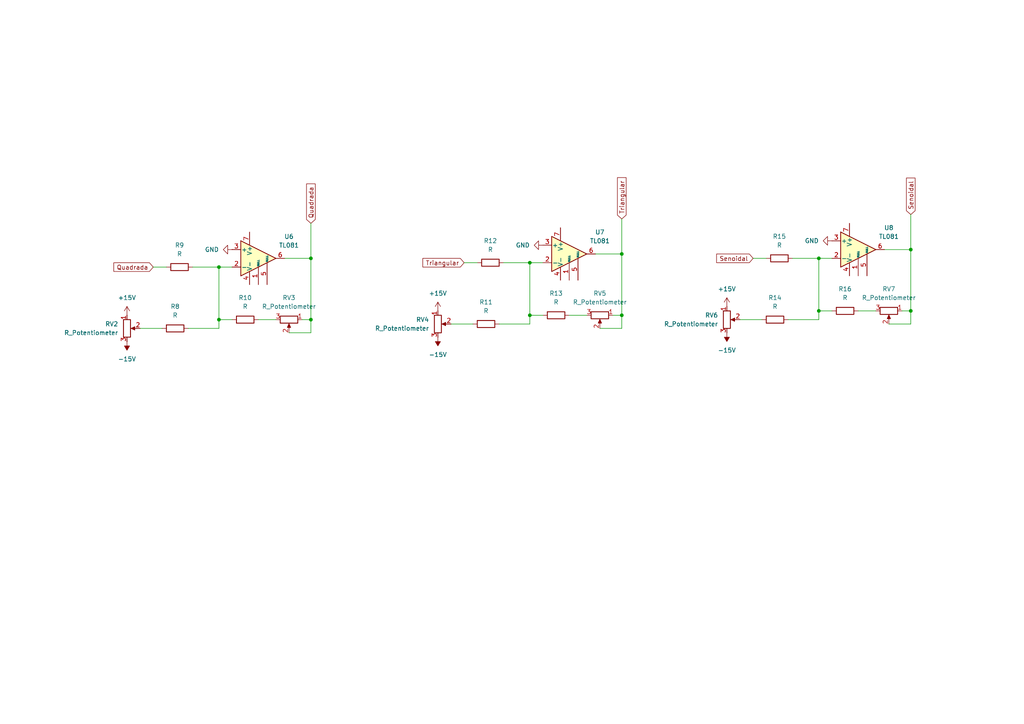
<source format=kicad_sch>
(kicad_sch (version 20231120) (generator "eeschema") (generator_version "8.0")
  (paper "A4")
  (lib_symbols
    (symbol "Amplifier_Operational:TL081" (pin_names (offset 0.127))
      (property "Reference" "U" (at 0 6.35 0))
      (property "Value" "TL081" (at 0 3.81 0))
      (symbol "TL081_0_1"
        (polyline (pts (xy -5.08 5.08) (xy 5.08 0) (xy -5.08 -5.08) (xy -5.08 5.08)) (stroke (width 0.254)) (fill (type background)))
      )
      (symbol "TL081_1_1"
        (pin input line (at 0 -7.62 90) (length 5.08) (name "NULL") (number "1"))
        (pin input line (at -7.62 -2.54 0) (length 2.54) (name "-") (number "2"))
        (pin input line (at -7.62 2.54 0) (length 2.54) (name "+") (number "3"))
        (pin power_in line (at -2.54 -7.62 90) (length 3.81) (name "V-") (number "4"))
        (pin input line (at 2.54 -7.62 90) (length 6.35) (name "NULL") (number "5"))
        (pin output line (at 7.62 0 180) (length 2.54) (name "~") (number "6"))
        (pin power_in line (at -2.54 7.62 270) (length 3.81) (name "V+") (number "7"))
        (pin no_connect line (at 0 2.54 270) (length 2.54) hide (name "NC") (number "8"))
      )
    )
    (symbol "Device:R" (pin_numbers hide) (pin_names (offset 0))
      (property "Reference" "R" (at 2.032 0 90))
      (property "Value" "R" (at 0 0 90))
      (symbol "R_0_1"
        (rectangle (start -1.016 -2.54) (end 1.016 2.54) (stroke (width 0.254)))
      )
      (symbol "R_1_1"
        (pin passive line (at 0 3.81 270) (length 1.27) (name "~") (number "1"))
        (pin passive line (at 0 -3.81 90) (length 1.27) (name "~") (number "2"))
      )
    )
    (symbol "Device:R_Potentiometer" (pin_names (offset 1.016) hide)
      (property "Reference" "RV" (at -4.445 0 90))
      (property "Value" "R_Potentiometer" (at -2.54 0 90))
      (symbol "R_Potentiometer_0_1"
        (polyline (pts (xy 2.54 0) (xy 1.524 0)))
        (polyline (pts (xy 1.143 0) (xy 2.286 0.508) (xy 2.286 -0.508) (xy 1.143 0)) (fill (type outline)))
        (rectangle (start 1.016 2.54) (end -1.016 -2.54) (stroke (width 0.254)))
      )
      (symbol "R_Potentiometer_1_1"
        (pin passive line (at 0 3.81 270) (length 1.27) (name "1") (number "1"))
        (pin passive line (at 3.81 0 180) (length 1.27) (name "2") (number "2"))
        (pin passive line (at 0 -3.81 90) (length 1.27) (name "3") (number "3"))
      )
    )
    (symbol "power:+15V" (power) (pin_numbers hide) (pin_names (offset 0) hide)
      (property "Value" "+15V" (at 0 3.556 0))
      (symbol "+15V_0_1"
        (polyline (pts (xy -0.762 1.27) (xy 0 2.54)))
        (polyline (pts (xy 0 0) (xy 0 2.54)))
        (polyline (pts (xy 0 2.54) (xy 0.762 1.27)))
      )
      (symbol "+15V_1_1"
        (pin power_in line (at 0 0 90) (length 0) (name "~") (number "1"))
      )
    )
    (symbol "power:-15V" (power) (pin_numbers hide) (pin_names (offset 0) hide)
      (property "Value" "-15V" (at 0 3.556 0))
      (symbol "-15V_0_0"
        (pin power_in line (at 0 0 90) (length 0) (name "~") (number "1"))
      )
      (symbol "-15V_0_1"
        (polyline (pts (xy 0 0) (xy 0 1.27) (xy 0.762 1.27) (xy 0 2.54) (xy -0.762 1.27) (xy 0 1.27)) (fill (type outline)))
      )
    )
    (symbol "power:GND" (power) (pin_numbers hide) (pin_names (offset 0) hide)
      (property "Value" "GND" (at 0 -3.81 0))
      (symbol "GND_0_1"
        (polyline (pts (xy 0 0) (xy 0 -1.27) (xy 1.27 -1.27) (xy 0 -2.54) (xy -1.27 -1.27) (xy 0 -1.27)))
      )
      (symbol "GND_1_1"
        (pin power_in line (at 0 0 270) (length 0) (name "~") (number "1"))
      )
    )
  )
  (junction (at 180.34 73.66))
  (junction (at 237.49 90.17))
  (junction (at 90.17 74.93))
  (junction (at 264.16 72.39))
  (junction (at 237.49 74.93))
  (junction (at 63.5 77.47))
  (junction (at 153.67 91.44))
  (junction (at 63.5 92.71))
  (junction (at 180.34 91.44))
  (junction (at 153.67 76.2))
  (junction (at 264.16 90.17))
  (junction (at 90.17 92.71))
  (wire (pts (xy 153.67 76.2) (xy 146.05 76.2)))
  (wire (pts (xy 248.92 90.17) (xy 254 90.17)))
  (wire (pts (xy 237.49 92.71) (xy 237.49 90.17)))
  (wire (pts (xy 214.63 92.71) (xy 220.98 92.71)))
  (wire (pts (xy 165.1 91.44) (xy 170.18 91.44)))
  (wire (pts (xy 83.82 96.52) (xy 90.17 96.52)))
  (wire (pts (xy 63.5 92.71) (xy 63.5 77.47)))
  (wire (pts (xy 180.34 63.5) (xy 180.34 73.66)))
  (wire (pts (xy 218.44 74.93) (xy 222.25 74.93)))
  (wire (pts (xy 67.31 92.71) (xy 63.5 92.71)))
  (wire (pts (xy 90.17 74.93) (xy 90.17 92.71)))
  (wire (pts (xy 228.6 92.71) (xy 237.49 92.71)))
  (wire (pts (xy 157.48 91.44) (xy 153.67 91.44)))
  (wire (pts (xy 264.16 72.39) (xy 264.16 90.17)))
  (wire (pts (xy 144.78 93.98) (xy 153.67 93.98)))
  (wire (pts (xy 264.16 62.23) (xy 264.16 72.39)))
  (wire (pts (xy 40.64 95.25) (xy 46.99 95.25)))
  (wire (pts (xy 264.16 93.98) (xy 264.16 90.17)))
  (wire (pts (xy 130.81 93.98) (xy 137.16 93.98)))
  (wire (pts (xy 63.5 77.47) (xy 55.88 77.47)))
  (wire (pts (xy 180.34 73.66) (xy 172.72 73.66)))
  (wire (pts (xy 173.99 95.25) (xy 180.34 95.25)))
  (wire (pts (xy 90.17 96.52) (xy 90.17 92.71)))
  (wire (pts (xy 153.67 91.44) (xy 153.67 76.2)))
  (wire (pts (xy 90.17 64.77) (xy 90.17 74.93)))
  (wire (pts (xy 237.49 74.93) (xy 229.87 74.93)))
  (wire (pts (xy 237.49 90.17) (xy 237.49 74.93)))
  (wire (pts (xy 74.93 92.71) (xy 80.01 92.71)))
  (wire (pts (xy 153.67 93.98) (xy 153.67 91.44)))
  (wire (pts (xy 134.62 76.2) (xy 138.43 76.2)))
  (wire (pts (xy 264.16 90.17) (xy 261.62 90.17)))
  (wire (pts (xy 54.61 95.25) (xy 63.5 95.25)))
  (wire (pts (xy 63.5 95.25) (xy 63.5 92.71)))
  (wire (pts (xy 90.17 92.71) (xy 87.63 92.71)))
  (wire (pts (xy 180.34 91.44) (xy 177.8 91.44)))
  (wire (pts (xy 237.49 74.93) (xy 241.3 74.93)))
  (wire (pts (xy 63.5 77.47) (xy 67.31 77.47)))
  (wire (pts (xy 153.67 76.2) (xy 157.48 76.2)))
  (wire (pts (xy 257.81 93.98) (xy 264.16 93.98)))
  (wire (pts (xy 44.45 77.47) (xy 48.26 77.47)))
  (wire (pts (xy 180.34 95.25) (xy 180.34 91.44)))
  (wire (pts (xy 241.3 90.17) (xy 237.49 90.17)))
  (wire (pts (xy 90.17 74.93) (xy 82.55 74.93)))
  (wire (pts (xy 264.16 72.39) (xy 256.54 72.39)))
  (wire (pts (xy 180.34 73.66) (xy 180.34 91.44)))
  (global_label "Senoidal" (shape input) (at 218.44 74.93 180) (property "Intersheetrefs" "${INTERSHEET_REFS}" (effects (hide yes))))
  (global_label "Quadrada" (shape input) (at 44.45 77.47 180) (property "Intersheetrefs" "${INTERSHEET_REFS}" (effects (hide yes))))
  (global_label "Triangular" (shape input) (at 180.34 63.5 90) (property "Intersheetrefs" "${INTERSHEET_REFS}" (effects (hide yes))))
  (global_label "Triangular" (shape input) (at 134.62 76.2 180) (property "Intersheetrefs" "${INTERSHEET_REFS}" (effects (hide yes))))
  (global_label "Senoidal" (shape input) (at 264.16 62.23 90) (property "Intersheetrefs" "${INTERSHEET_REFS}" (effects (hide yes))))
  (global_label "Quadrada" (shape input) (at 90.17 64.77 90) (property "Intersheetrefs" "${INTERSHEET_REFS}" (effects (hide yes))))
  (symbol (lib_id "Device:R_Potentiometer") (at 83.82 92.71 270) (unit 1)
    (property "Reference" "RV3" (at 83.82 86.36 90))
    (property "Value" "R_Potentiometer" (at 83.82 88.9 90))
    (property "Description" "Potentiometer" (effects (hide yes)))
  )
  (symbol (lib_id "Amplifier_Operational:TL081") (at 165.1 73.66 0) (unit 1)
    (property "Reference" "U7" (at 173.99 67.3414 0))
    (property "Value" "TL081" (at 173.99 69.8814 0))
    (property "Datasheet" "http://www.ti.com/lit/ds/symlink/tl081.pdf" (effects (hide yes)))
    (property "Description" "Single JFET-Input Operational Amplifiers, DIP-8/SOIC-8" (effects (hide yes)))
  )
  (symbol (lib_id "Device:R") (at 52.07 77.47 90) (unit 1)
    (property "Reference" "R9" (at 52.07 71.12 90))
    (property "Value" "R" (at 52.07 73.66 90))
    (property "Description" "Resistor" (effects (hide yes)))
  )
  (symbol (lib_id "Amplifier_Operational:TL081") (at 74.93 74.93 0) (unit 1)
    (property "Reference" "U6" (at 83.82 68.6114 0))
    (property "Value" "TL081" (at 83.82 71.1514 0))
    (property "Datasheet" "http://www.ti.com/lit/ds/symlink/tl081.pdf" (effects (hide yes)))
    (property "Description" "Single JFET-Input Operational Amplifiers, DIP-8/SOIC-8" (effects (hide yes)))
  )
  (symbol (lib_id "power:GND") (at 157.48 71.12 270) (unit 1)
    (property "Reference" "#PWR034" (effects (hide yes)))
    (property "Value" "GND" (at 153.67 71.1199 90) (effects (justify right)))
    (property "Description" "Power symbol creates a global label with name \"GND\" , ground" (effects (hide yes)))
  )
  (symbol (lib_id "power:-15V") (at 127 97.79 180) (unit 1)
    (property "Reference" "#PWR033" (effects (hide yes)))
    (property "Value" "-15V" (at 127 102.87 0))
    (property "Description" "Power symbol creates a global label with name \"-15V\"" (effects (hide yes)))
  )
  (symbol (lib_id "power:-15V") (at 210.82 96.52 180) (unit 1)
    (property "Reference" "#PWR036" (effects (hide yes)))
    (property "Value" "-15V" (at 210.82 101.6 0))
    (property "Description" "Power symbol creates a global label with name \"-15V\"" (effects (hide yes)))
  )
  (symbol (lib_id "Device:R_Potentiometer") (at 127 93.98 0) (unit 1)
    (property "Reference" "RV4" (at 124.46 92.7099 0) (effects (justify right)))
    (property "Value" "R_Potentiometer" (at 124.46 95.2499 0) (effects (justify right)))
    (property "Description" "Potentiometer" (effects (hide yes)))
  )
  (symbol (lib_id "Device:R_Potentiometer") (at 210.82 92.71 0) (unit 1)
    (property "Reference" "RV6" (at 208.28 91.4399 0) (effects (justify right)))
    (property "Value" "R_Potentiometer" (at 208.28 93.9799 0) (effects (justify right)))
    (property "Description" "Potentiometer" (effects (hide yes)))
  )
  (symbol (lib_id "power:GND") (at 67.31 72.39 270) (unit 1)
    (property "Reference" "#PWR031" (effects (hide yes)))
    (property "Value" "GND" (at 63.5 72.3899 90) (effects (justify right)))
    (property "Description" "Power symbol creates a global label with name \"GND\" , ground" (effects (hide yes)))
  )
  (symbol (lib_id "Device:R") (at 224.79 92.71 90) (unit 1)
    (property "Reference" "R14" (at 224.79 86.36 90))
    (property "Value" "R" (at 224.79 88.9 90))
    (property "Description" "Resistor" (effects (hide yes)))
  )
  (symbol (lib_id "power:+15V") (at 36.83 91.44 0) (unit 1)
    (property "Reference" "#PWR029" (effects (hide yes)))
    (property "Value" "+15V" (at 36.83 86.36 0))
    (property "Description" "Power symbol creates a global label with name \"+15V\"" (effects (hide yes)))
  )
  (symbol (lib_id "power:GND") (at 241.3 69.85 270) (unit 1)
    (property "Reference" "#PWR037" (effects (hide yes)))
    (property "Value" "GND" (at 237.49 69.8499 90) (effects (justify right)))
    (property "Description" "Power symbol creates a global label with name \"GND\" , ground" (effects (hide yes)))
  )
  (symbol (lib_id "Device:R") (at 71.12 92.71 90) (unit 1)
    (property "Reference" "R10" (at 71.12 86.36 90))
    (property "Value" "R" (at 71.12 88.9 90))
    (property "Description" "Resistor" (effects (hide yes)))
  )
  (symbol (lib_id "Device:R") (at 226.06 74.93 90) (unit 1)
    (property "Reference" "R15" (at 226.06 68.58 90))
    (property "Value" "R" (at 226.06 71.12 90))
    (property "Description" "Resistor" (effects (hide yes)))
  )
  (symbol (lib_id "power:+15V") (at 210.82 88.9 0) (unit 1)
    (property "Reference" "#PWR035" (effects (hide yes)))
    (property "Value" "+15V" (at 210.82 83.82 0))
    (property "Description" "Power symbol creates a global label with name \"+15V\"" (effects (hide yes)))
  )
  (symbol (lib_id "Device:R") (at 140.97 93.98 90) (unit 1)
    (property "Reference" "R11" (at 140.97 87.63 90))
    (property "Value" "R" (at 140.97 90.17 90))
    (property "Description" "Resistor" (effects (hide yes)))
  )
  (symbol (lib_id "Device:R_Potentiometer") (at 257.81 90.17 270) (unit 1)
    (property "Reference" "RV7" (at 257.81 83.82 90))
    (property "Value" "R_Potentiometer" (at 257.81 86.36 90))
    (property "Description" "Potentiometer" (effects (hide yes)))
  )
  (symbol (lib_id "Device:R") (at 245.11 90.17 90) (unit 1)
    (property "Reference" "R16" (at 245.11 83.82 90))
    (property "Value" "R" (at 245.11 86.36 90))
    (property "Description" "Resistor" (effects (hide yes)))
  )
  (symbol (lib_id "Device:R_Potentiometer") (at 173.99 91.44 270) (unit 1)
    (property "Reference" "RV5" (at 173.99 85.09 90))
    (property "Value" "R_Potentiometer" (at 173.99 87.63 90))
    (property "Description" "Potentiometer" (effects (hide yes)))
  )
  (symbol (lib_id "Device:R") (at 161.29 91.44 90) (unit 1)
    (property "Reference" "R13" (at 161.29 85.09 90))
    (property "Value" "R" (at 161.29 87.63 90))
    (property "Description" "Resistor" (effects (hide yes)))
  )
  (symbol (lib_id "Device:R") (at 142.24 76.2 90) (unit 1)
    (property "Reference" "R12" (at 142.24 69.85 90))
    (property "Value" "R" (at 142.24 72.39 90))
    (property "Description" "Resistor" (effects (hide yes)))
  )
  (symbol (lib_id "power:+15V") (at 127 90.17 0) (unit 1)
    (property "Reference" "#PWR032" (effects (hide yes)))
    (property "Value" "+15V" (at 127 85.09 0))
    (property "Description" "Power symbol creates a global label with name \"+15V\"" (effects (hide yes)))
  )
  (symbol (lib_id "Amplifier_Operational:TL081") (at 248.92 72.39 0) (unit 1)
    (property "Reference" "U8" (at 257.81 66.0714 0))
    (property "Value" "TL081" (at 257.81 68.6114 0))
    (property "Datasheet" "http://www.ti.com/lit/ds/symlink/tl081.pdf" (effects (hide yes)))
    (property "Description" "Single JFET-Input Operational Amplifiers, DIP-8/SOIC-8" (effects (hide yes)))
  )
  (symbol (lib_id "power:-15V") (at 36.83 99.06 180) (unit 1)
    (property "Reference" "#PWR030" (effects (hide yes)))
    (property "Value" "-15V" (at 36.83 104.14 0))
    (property "Description" "Power symbol creates a global label with name \"-15V\"" (effects (hide yes)))
  )
  (symbol (lib_id "Device:R_Potentiometer") (at 36.83 95.25 0) (unit 1)
    (property "Reference" "RV2" (at 34.29 93.9799 0) (effects (justify right)))
    (property "Value" "R_Potentiometer" (at 34.29 96.5199 0) (effects (justify right)))
    (property "Description" "Potentiometer" (effects (hide yes)))
  )
  (symbol (lib_id "Device:R") (at 50.8 95.25 90) (unit 1)
    (property "Reference" "R8" (at 50.8 88.9 90))
    (property "Value" "R" (at 50.8 91.44 90))
    (property "Description" "Resistor" (effects (hide yes)))
  )
)
</source>
